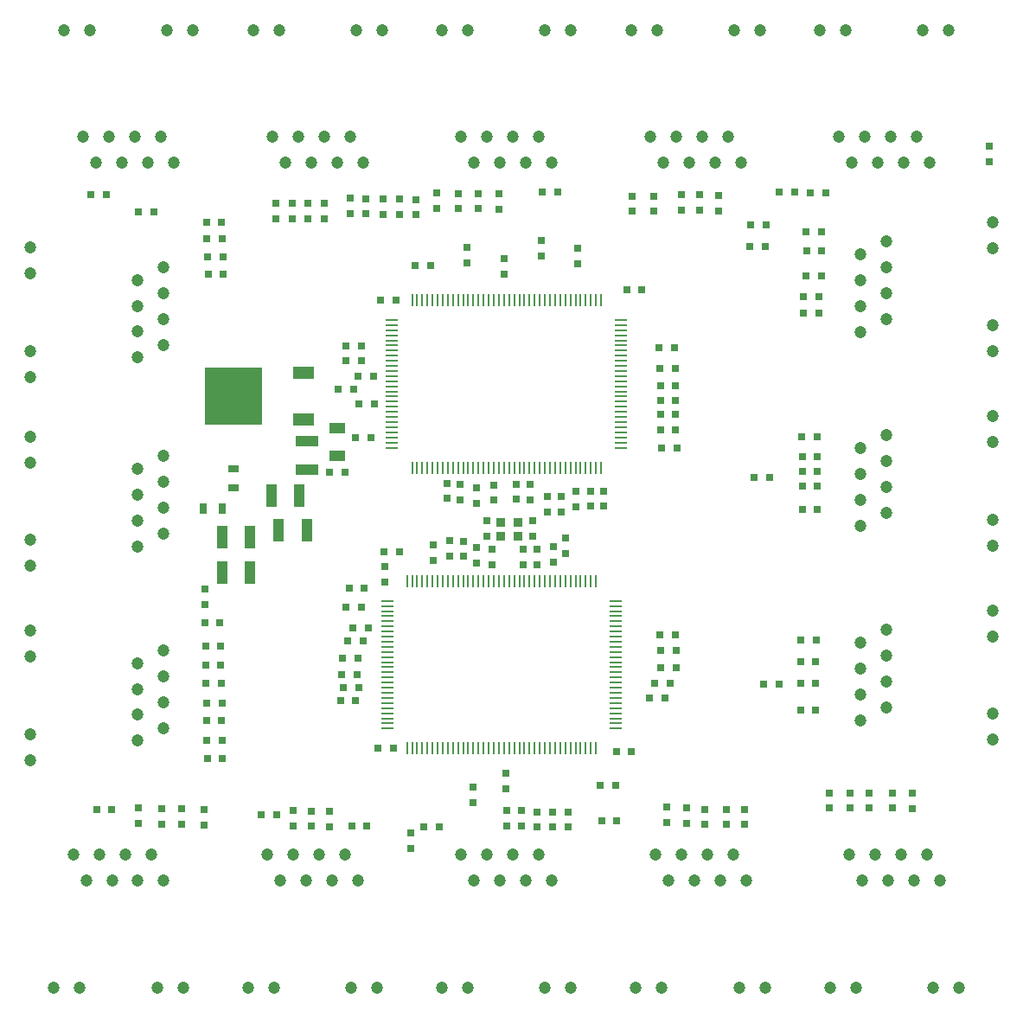
<source format=gtp>
G04 #@! TF.FileFunction,Paste,Top*
%FSLAX46Y46*%
G04 Gerber Fmt 4.6, Leading zero omitted, Abs format (unit mm)*
G04 Created by KiCad (PCBNEW 4.0.6-e0-6349~53~ubuntu16.04.1) date Sat Apr 29 17:17:25 2017*
%MOMM*%
%LPD*%
G01*
G04 APERTURE LIST*
%ADD10C,0.150000*%
%ADD11R,1.117600X0.711200*%
%ADD12R,0.960000X0.880000*%
%ADD13R,0.711200X1.117600*%
%ADD14R,0.224000X1.200000*%
%ADD15R,1.200000X0.224000*%
%ADD16R,1.600000X1.000000*%
%ADD17R,2.000000X1.200000*%
%ADD18R,5.600000X5.600000*%
%ADD19C,1.200000*%
%ADD20R,0.719328X0.800608*%
%ADD21R,0.720000X0.800000*%
%ADD22R,0.800608X0.719328*%
%ADD23R,0.800000X0.720000*%
%ADD24R,1.080000X2.160000*%
%ADD25R,2.160000X1.080000*%
G04 APERTURE END LIST*
D10*
D11*
X108750000Y-100797500D03*
X108750000Y-102702500D03*
D12*
X134890000Y-107430000D03*
X136590000Y-107430000D03*
X134890000Y-106030000D03*
X136590000Y-106030000D03*
D13*
X105797500Y-104750000D03*
X107702500Y-104750000D03*
D14*
X144750000Y-84300000D03*
X144250000Y-84300000D03*
X143750000Y-84300000D03*
X143250000Y-84300000D03*
X142750000Y-84300000D03*
X142250000Y-84300000D03*
X141750000Y-84300000D03*
X141250000Y-84300000D03*
X140750000Y-84300000D03*
X140250000Y-84300000D03*
X139750000Y-84300000D03*
X139250000Y-84300000D03*
X138750000Y-84300000D03*
X138250000Y-84300000D03*
X137750000Y-84300000D03*
X137250000Y-84300000D03*
X136750000Y-84300000D03*
X136250000Y-84300000D03*
X135750000Y-84300000D03*
X135250000Y-84300000D03*
X134750000Y-84300000D03*
X134250000Y-84300000D03*
X133750000Y-84300000D03*
X133250000Y-84300000D03*
X132750000Y-84300000D03*
X132250000Y-84300000D03*
X131750000Y-84300000D03*
X131250000Y-84300000D03*
X130750000Y-84300000D03*
X130250000Y-84300000D03*
X129750000Y-84300000D03*
X129250000Y-84300000D03*
X128750000Y-84300000D03*
X128250000Y-84300000D03*
X127750000Y-84300000D03*
X127250000Y-84300000D03*
X126750000Y-84300000D03*
X126250000Y-84300000D03*
D15*
X124300000Y-86250000D03*
X124300000Y-86750000D03*
X124300000Y-87250000D03*
X124300000Y-87750000D03*
X124300000Y-88250000D03*
X124300000Y-88750000D03*
X124300000Y-89250000D03*
X124300000Y-89750000D03*
X124300000Y-90250000D03*
X124300000Y-90750000D03*
X124300000Y-91250000D03*
X124300000Y-91750000D03*
X124300000Y-92250000D03*
X124300000Y-92750000D03*
X124300000Y-93250000D03*
X124300000Y-93750000D03*
X124300000Y-94250000D03*
X124300000Y-94750000D03*
X124300000Y-95250000D03*
X124300000Y-95750000D03*
X124300000Y-96250000D03*
X124300000Y-96750000D03*
X124300000Y-97250000D03*
X124300000Y-97750000D03*
X124300000Y-98250000D03*
X124300000Y-98750000D03*
D14*
X126250000Y-100700000D03*
X126750000Y-100700000D03*
X127250000Y-100700000D03*
X127750000Y-100700000D03*
X128250000Y-100700000D03*
X128750000Y-100700000D03*
X129250000Y-100700000D03*
X129750000Y-100700000D03*
X130250000Y-100700000D03*
X130750000Y-100700000D03*
X131250000Y-100700000D03*
X131750000Y-100700000D03*
X132250000Y-100700000D03*
X132750000Y-100700000D03*
X133250000Y-100700000D03*
X133750000Y-100700000D03*
X134250000Y-100700000D03*
X134750000Y-100700000D03*
X135250000Y-100700000D03*
X135750000Y-100700000D03*
X136250000Y-100700000D03*
X136750000Y-100700000D03*
X137250000Y-100700000D03*
X137750000Y-100700000D03*
X138250000Y-100700000D03*
X138750000Y-100700000D03*
X139250000Y-100700000D03*
X139750000Y-100700000D03*
X140250000Y-100700000D03*
X140750000Y-100700000D03*
X141250000Y-100700000D03*
X141750000Y-100700000D03*
X142250000Y-100700000D03*
X142750000Y-100700000D03*
X143250000Y-100700000D03*
X143750000Y-100700000D03*
X144250000Y-100700000D03*
X144750000Y-100700000D03*
D15*
X146700000Y-98750000D03*
X146700000Y-98250000D03*
X146700000Y-97750000D03*
X146700000Y-97250000D03*
X146700000Y-96750000D03*
X146700000Y-96250000D03*
X146700000Y-95750000D03*
X146700000Y-95250000D03*
X146700000Y-94750000D03*
X146700000Y-94250000D03*
X146700000Y-93750000D03*
X146700000Y-93250000D03*
X146700000Y-92750000D03*
X146700000Y-92250000D03*
X146700000Y-91750000D03*
X146700000Y-91250000D03*
X146700000Y-90750000D03*
X146700000Y-90250000D03*
X146700000Y-89750000D03*
X146700000Y-89250000D03*
X146700000Y-88750000D03*
X146700000Y-88250000D03*
X146700000Y-87750000D03*
X146700000Y-87250000D03*
X146700000Y-86750000D03*
X146700000Y-86250000D03*
D14*
X125750000Y-128200000D03*
X126250000Y-128200000D03*
X126750000Y-128200000D03*
X127250000Y-128200000D03*
X127750000Y-128200000D03*
X128250000Y-128200000D03*
X128750000Y-128200000D03*
X129250000Y-128200000D03*
X129750000Y-128200000D03*
X130250000Y-128200000D03*
X130750000Y-128200000D03*
X131250000Y-128200000D03*
X131750000Y-128200000D03*
X132250000Y-128200000D03*
X132750000Y-128200000D03*
X133250000Y-128200000D03*
X133750000Y-128200000D03*
X134250000Y-128200000D03*
X134750000Y-128200000D03*
X135250000Y-128200000D03*
X135750000Y-128200000D03*
X136250000Y-128200000D03*
X136750000Y-128200000D03*
X137250000Y-128200000D03*
X137750000Y-128200000D03*
X138250000Y-128200000D03*
X138750000Y-128200000D03*
X139250000Y-128200000D03*
X139750000Y-128200000D03*
X140250000Y-128200000D03*
X140750000Y-128200000D03*
X141250000Y-128200000D03*
X141750000Y-128200000D03*
X142250000Y-128200000D03*
X142750000Y-128200000D03*
X143250000Y-128200000D03*
X143750000Y-128200000D03*
X144250000Y-128200000D03*
D15*
X146200000Y-126250000D03*
X146200000Y-125750000D03*
X146200000Y-125250000D03*
X146200000Y-124750000D03*
X146200000Y-124250000D03*
X146200000Y-123750000D03*
X146200000Y-123250000D03*
X146200000Y-122750000D03*
X146200000Y-122250000D03*
X146200000Y-121750000D03*
X146200000Y-121250000D03*
X146200000Y-120750000D03*
X146200000Y-120250000D03*
X146200000Y-119750000D03*
X146200000Y-119250000D03*
X146200000Y-118750000D03*
X146200000Y-118250000D03*
X146200000Y-117750000D03*
X146200000Y-117250000D03*
X146200000Y-116750000D03*
X146200000Y-116250000D03*
X146200000Y-115750000D03*
X146200000Y-115250000D03*
X146200000Y-114750000D03*
X146200000Y-114250000D03*
X146200000Y-113750000D03*
D14*
X144250000Y-111800000D03*
X143750000Y-111800000D03*
X143250000Y-111800000D03*
X142750000Y-111800000D03*
X142250000Y-111800000D03*
X141750000Y-111800000D03*
X141250000Y-111800000D03*
X140750000Y-111800000D03*
X140250000Y-111800000D03*
X139750000Y-111800000D03*
X139250000Y-111800000D03*
X138750000Y-111800000D03*
X138250000Y-111800000D03*
X137750000Y-111800000D03*
X137250000Y-111800000D03*
X136750000Y-111800000D03*
X136250000Y-111800000D03*
X135750000Y-111800000D03*
X135250000Y-111800000D03*
X134750000Y-111800000D03*
X134250000Y-111800000D03*
X133750000Y-111800000D03*
X133250000Y-111800000D03*
X132750000Y-111800000D03*
X132250000Y-111800000D03*
X131750000Y-111800000D03*
X131250000Y-111800000D03*
X130750000Y-111800000D03*
X130250000Y-111800000D03*
X129750000Y-111800000D03*
X129250000Y-111800000D03*
X128750000Y-111800000D03*
X128250000Y-111800000D03*
X127750000Y-111800000D03*
X127250000Y-111800000D03*
X126750000Y-111800000D03*
X126250000Y-111800000D03*
X125750000Y-111800000D03*
D15*
X123800000Y-113750000D03*
X123800000Y-114250000D03*
X123800000Y-114750000D03*
X123800000Y-115250000D03*
X123800000Y-115750000D03*
X123800000Y-116250000D03*
X123800000Y-116750000D03*
X123800000Y-117250000D03*
X123800000Y-117750000D03*
X123800000Y-118250000D03*
X123800000Y-118750000D03*
X123800000Y-119250000D03*
X123800000Y-119750000D03*
X123800000Y-120250000D03*
X123800000Y-120750000D03*
X123800000Y-121250000D03*
X123800000Y-121750000D03*
X123800000Y-122250000D03*
X123800000Y-122750000D03*
X123800000Y-123250000D03*
X123800000Y-123750000D03*
X123800000Y-124250000D03*
X123800000Y-124750000D03*
X123800000Y-125250000D03*
X123800000Y-125750000D03*
X123800000Y-126250000D03*
D16*
X118900000Y-96825000D03*
X118900000Y-99575000D03*
D17*
X115650000Y-96000000D03*
X115650000Y-91400000D03*
D18*
X108800000Y-93700000D03*
D19*
X183110000Y-127325000D03*
X183110000Y-124785000D03*
X183110000Y-117215000D03*
X183110000Y-114675000D03*
X172650000Y-116560000D03*
X172650000Y-121630000D03*
X172650000Y-119100000D03*
X172650000Y-124170000D03*
X170110000Y-117820000D03*
X170110000Y-122900000D03*
X170110000Y-120360000D03*
X170110000Y-125440000D03*
X167175000Y-151610000D03*
X169715000Y-151610000D03*
X177285000Y-151610000D03*
X179825000Y-151610000D03*
X177940000Y-141150000D03*
X172870000Y-141150000D03*
X175400000Y-141150000D03*
X170330000Y-141150000D03*
X176680000Y-138610000D03*
X171600000Y-138610000D03*
X174140000Y-138610000D03*
X169060000Y-138610000D03*
X148175000Y-151610000D03*
X150715000Y-151610000D03*
X158285000Y-151610000D03*
X160825000Y-151610000D03*
X158940000Y-141150000D03*
X153870000Y-141150000D03*
X156400000Y-141150000D03*
X151330000Y-141150000D03*
X157680000Y-138610000D03*
X152600000Y-138610000D03*
X155140000Y-138610000D03*
X150060000Y-138610000D03*
X129175000Y-151610000D03*
X131715000Y-151610000D03*
X139285000Y-151610000D03*
X141825000Y-151610000D03*
X139940000Y-141150000D03*
X134870000Y-141150000D03*
X137400000Y-141150000D03*
X132330000Y-141150000D03*
X138680000Y-138610000D03*
X133600000Y-138610000D03*
X136140000Y-138610000D03*
X131060000Y-138610000D03*
X110175000Y-151610000D03*
X112715000Y-151610000D03*
X120285000Y-151610000D03*
X122825000Y-151610000D03*
X120940000Y-141150000D03*
X115870000Y-141150000D03*
X118400000Y-141150000D03*
X113330000Y-141150000D03*
X119680000Y-138610000D03*
X114600000Y-138610000D03*
X117140000Y-138610000D03*
X112060000Y-138610000D03*
X91175000Y-151610000D03*
X93715000Y-151610000D03*
X101285000Y-151610000D03*
X103825000Y-151610000D03*
X101940000Y-141150000D03*
X96870000Y-141150000D03*
X99400000Y-141150000D03*
X94330000Y-141150000D03*
X100680000Y-138610000D03*
X95600000Y-138610000D03*
X98140000Y-138610000D03*
X93060000Y-138610000D03*
X88890000Y-116675000D03*
X88890000Y-119215000D03*
X88890000Y-126785000D03*
X88890000Y-129325000D03*
X99350000Y-127440000D03*
X99350000Y-122370000D03*
X99350000Y-124900000D03*
X99350000Y-119830000D03*
X101890000Y-126180000D03*
X101890000Y-121100000D03*
X101890000Y-123640000D03*
X101890000Y-118560000D03*
X88890000Y-97675000D03*
X88890000Y-100215000D03*
X88890000Y-107785000D03*
X88890000Y-110325000D03*
X99350000Y-108440000D03*
X99350000Y-103370000D03*
X99350000Y-105900000D03*
X99350000Y-100830000D03*
X101890000Y-107180000D03*
X101890000Y-102100000D03*
X101890000Y-104640000D03*
X101890000Y-99560000D03*
X88890000Y-79175000D03*
X88890000Y-81715000D03*
X88890000Y-89285000D03*
X88890000Y-91825000D03*
X99350000Y-89940000D03*
X99350000Y-84870000D03*
X99350000Y-87400000D03*
X99350000Y-82330000D03*
X101890000Y-88680000D03*
X101890000Y-83600000D03*
X101890000Y-86140000D03*
X101890000Y-81060000D03*
X104825000Y-57890000D03*
X102285000Y-57890000D03*
X94715000Y-57890000D03*
X92175000Y-57890000D03*
X94060000Y-68350000D03*
X99130000Y-68350000D03*
X96600000Y-68350000D03*
X101670000Y-68350000D03*
X95320000Y-70890000D03*
X100400000Y-70890000D03*
X97860000Y-70890000D03*
X102940000Y-70890000D03*
X123325000Y-57890000D03*
X120785000Y-57890000D03*
X113215000Y-57890000D03*
X110675000Y-57890000D03*
X112560000Y-68350000D03*
X117630000Y-68350000D03*
X115100000Y-68350000D03*
X120170000Y-68350000D03*
X113820000Y-70890000D03*
X118900000Y-70890000D03*
X116360000Y-70890000D03*
X121440000Y-70890000D03*
X141825000Y-57890000D03*
X139285000Y-57890000D03*
X131715000Y-57890000D03*
X129175000Y-57890000D03*
X131060000Y-68350000D03*
X136130000Y-68350000D03*
X133600000Y-68350000D03*
X138670000Y-68350000D03*
X132320000Y-70890000D03*
X137400000Y-70890000D03*
X134860000Y-70890000D03*
X139940000Y-70890000D03*
X160325000Y-57890000D03*
X157785000Y-57890000D03*
X150215000Y-57890000D03*
X147675000Y-57890000D03*
X149560000Y-68350000D03*
X154630000Y-68350000D03*
X152100000Y-68350000D03*
X157170000Y-68350000D03*
X150820000Y-70890000D03*
X155900000Y-70890000D03*
X153360000Y-70890000D03*
X158440000Y-70890000D03*
X178825000Y-57890000D03*
X176285000Y-57890000D03*
X168715000Y-57890000D03*
X166175000Y-57890000D03*
X168060000Y-68350000D03*
X173130000Y-68350000D03*
X170600000Y-68350000D03*
X175670000Y-68350000D03*
X169320000Y-70890000D03*
X174400000Y-70890000D03*
X171860000Y-70890000D03*
X176940000Y-70890000D03*
X183110000Y-89325000D03*
X183110000Y-86785000D03*
X183110000Y-79215000D03*
X183110000Y-76675000D03*
X172650000Y-78560000D03*
X172650000Y-83630000D03*
X172650000Y-81100000D03*
X172650000Y-86170000D03*
X170110000Y-79820000D03*
X170110000Y-84900000D03*
X170110000Y-82360000D03*
X170110000Y-87440000D03*
X183110000Y-108325000D03*
X183110000Y-105785000D03*
X183110000Y-98215000D03*
X183110000Y-95675000D03*
X172650000Y-97560000D03*
X172650000Y-102630000D03*
X172650000Y-100100000D03*
X172650000Y-105170000D03*
X170110000Y-98820000D03*
X170110000Y-103900000D03*
X170110000Y-101360000D03*
X170110000Y-106440000D03*
D20*
X160698160Y-121870000D03*
D21*
X162201840Y-121870000D03*
D22*
X167100000Y-132548160D03*
D23*
X167100000Y-134051840D03*
D22*
X151200000Y-135451840D03*
D23*
X151200000Y-133948160D03*
D22*
X138500000Y-134398160D03*
D23*
X138500000Y-135901840D03*
D20*
X127418160Y-135900000D03*
D21*
X128921840Y-135900000D03*
D20*
X95358160Y-134140000D03*
D21*
X96861840Y-134140000D03*
D20*
X111488160Y-134700000D03*
D21*
X112991840Y-134700000D03*
D22*
X106010000Y-112618160D03*
D23*
X106010000Y-114121840D03*
D20*
X100971840Y-75710000D03*
D21*
X99468160Y-75710000D03*
D20*
X96281840Y-73970000D03*
D21*
X94778160Y-73970000D03*
D22*
X126610000Y-75961840D03*
D23*
X126610000Y-74458160D03*
D20*
X140511840Y-73760000D03*
D21*
X139008160Y-73760000D03*
D22*
X156240000Y-74048160D03*
D23*
X156240000Y-75551840D03*
D20*
X164448160Y-101050000D03*
D21*
X165951840Y-101050000D03*
D22*
X133590000Y-105898160D03*
D23*
X133590000Y-107401840D03*
D22*
X138060000Y-105898160D03*
D23*
X138060000Y-107401840D03*
D20*
X119238160Y-123490000D03*
D21*
X120741840Y-123490000D03*
D20*
X151001840Y-123250000D03*
D21*
X149498160Y-123250000D03*
D20*
X119348160Y-120940000D03*
D21*
X120851840Y-120940000D03*
D20*
X147751840Y-128500000D03*
D21*
X146248160Y-128500000D03*
D20*
X119428160Y-119320000D03*
D21*
X120931840Y-119320000D03*
D20*
X146151840Y-131800000D03*
D21*
X144648160Y-131800000D03*
D20*
X119798160Y-114400000D03*
D21*
X121301840Y-114400000D03*
D20*
X146301840Y-135300000D03*
D21*
X144798160Y-135300000D03*
D22*
X128360000Y-108288160D03*
D23*
X128360000Y-109791840D03*
D22*
X135400000Y-132151840D03*
D23*
X135400000Y-130648160D03*
D22*
X132540000Y-108548160D03*
D23*
X132540000Y-110051840D03*
D22*
X132220000Y-133461840D03*
D23*
X132220000Y-131958160D03*
D22*
X137100000Y-108698160D03*
D23*
X137100000Y-110201840D03*
D22*
X126090000Y-137991840D03*
D23*
X126090000Y-136488160D03*
D22*
X141310000Y-107608160D03*
D23*
X141310000Y-109111840D03*
D20*
X122888160Y-128170000D03*
D21*
X124391840Y-128170000D03*
D20*
X152071840Y-118610000D03*
D21*
X150568160Y-118610000D03*
D20*
X151951840Y-88950000D03*
D21*
X150448160Y-88950000D03*
D22*
X182790000Y-70781840D03*
D23*
X182790000Y-69278160D03*
D20*
X119808160Y-88780000D03*
D21*
X121311840Y-88780000D03*
D20*
X152001840Y-90975000D03*
D21*
X150498160Y-90975000D03*
D20*
X123168160Y-84340000D03*
D21*
X124671840Y-84340000D03*
D20*
X152051840Y-92700000D03*
D21*
X150548160Y-92700000D03*
D20*
X152051840Y-97000000D03*
D21*
X150548160Y-97000000D03*
D22*
X131620000Y-79158160D03*
D23*
X131620000Y-80661840D03*
D22*
X142250000Y-104521840D03*
D23*
X142250000Y-103018160D03*
D22*
X135290000Y-80228160D03*
D23*
X135290000Y-81731840D03*
D22*
X137820000Y-103881840D03*
D23*
X137820000Y-102378160D03*
D22*
X138870000Y-78478160D03*
D23*
X138870000Y-79981840D03*
D22*
X134230000Y-103891840D03*
D23*
X134230000Y-102388160D03*
D22*
X142475000Y-79223160D03*
D23*
X142475000Y-80726840D03*
D22*
X129680000Y-103731840D03*
D23*
X129680000Y-102228160D03*
D20*
X148751840Y-83300000D03*
D21*
X147248160Y-83300000D03*
D20*
X118988160Y-93070000D03*
D21*
X120491840Y-93070000D03*
D20*
X164823160Y-81900000D03*
D21*
X166326840Y-81900000D03*
D20*
X120688160Y-97780000D03*
D21*
X122191840Y-97780000D03*
D20*
X126578160Y-80900000D03*
D21*
X128081840Y-80900000D03*
D20*
X122561840Y-94510000D03*
X121058160Y-94510000D03*
X121311840Y-90210000D03*
X119808160Y-90210000D03*
X150548160Y-94100000D03*
X152051840Y-94100000D03*
X150518160Y-117090000D03*
X152021840Y-117090000D03*
X149998160Y-121800000D03*
X151501840Y-121800000D03*
X121451840Y-117710000D03*
X119948160Y-117710000D03*
X165771840Y-124430000D03*
X164268160Y-124430000D03*
X164278160Y-121820000D03*
X165781840Y-121820000D03*
X165841840Y-117580000D03*
X164338160Y-117580000D03*
X164278160Y-119660000D03*
X165781840Y-119660000D03*
D22*
X169100000Y-134051840D03*
X169100000Y-132548160D03*
X171000000Y-132548160D03*
X171000000Y-134051840D03*
X175260000Y-134101840D03*
X175260000Y-132598160D03*
X173300000Y-132548160D03*
X173300000Y-134051840D03*
X153100000Y-135551840D03*
X153100000Y-134048160D03*
X154900000Y-134148160D03*
X154900000Y-135651840D03*
X158800000Y-135651840D03*
X158800000Y-134148160D03*
X157000000Y-134148160D03*
X157000000Y-135651840D03*
X135500000Y-135801840D03*
X135500000Y-134298160D03*
X137000000Y-134298160D03*
X137000000Y-135801840D03*
X141500000Y-135901840D03*
X141500000Y-134398160D03*
X140000000Y-134398160D03*
X140000000Y-135901840D03*
X114610000Y-135801840D03*
X114610000Y-134298160D03*
X116350000Y-134318160D03*
X116350000Y-135821840D03*
D20*
X120328160Y-135770000D03*
X121831840Y-135770000D03*
D22*
X118160000Y-134378160D03*
X118160000Y-135881840D03*
X99430000Y-135491840D03*
X99430000Y-133988160D03*
X101710000Y-134108160D03*
X101710000Y-135611840D03*
X105860000Y-135671840D03*
X105860000Y-134168160D03*
X103680000Y-134108160D03*
X103680000Y-135611840D03*
D20*
X106138160Y-123750000D03*
X107641840Y-123750000D03*
X107611840Y-125490000D03*
X106108160Y-125490000D03*
X106188160Y-129170000D03*
X107691840Y-129170000D03*
X107651840Y-127380000D03*
X106148160Y-127380000D03*
X120478160Y-116400000D03*
X121981840Y-116400000D03*
X120068160Y-112510000D03*
X121571840Y-112510000D03*
X123488160Y-108950000D03*
X124991840Y-108950000D03*
D22*
X129940000Y-107888160D03*
X129940000Y-109391840D03*
X131260000Y-107908160D03*
X131260000Y-109411840D03*
X134090000Y-108718160D03*
X134090000Y-110221840D03*
X138440000Y-108678160D03*
X138440000Y-110181840D03*
X140060000Y-108478160D03*
X140060000Y-109981840D03*
D20*
X105928160Y-115880000D03*
X107431840Y-115880000D03*
X107521840Y-118190000D03*
X106018160Y-118190000D03*
X106038160Y-121810000D03*
X107541840Y-121810000D03*
X107521840Y-120040000D03*
X106018160Y-120040000D03*
X106108160Y-76710000D03*
X107611840Y-76710000D03*
X107671840Y-78310000D03*
X106168160Y-78310000D03*
X106278160Y-81790000D03*
X107781840Y-81790000D03*
X107731840Y-80060000D03*
X106228160Y-80060000D03*
D22*
X117630000Y-74848160D03*
X117630000Y-76351840D03*
X116070000Y-76331840D03*
X116070000Y-74828160D03*
X112900000Y-74828160D03*
X112900000Y-76331840D03*
X114510000Y-76341840D03*
X114510000Y-74838160D03*
X125010000Y-74398160D03*
X125010000Y-75901840D03*
X123410000Y-75901840D03*
X123410000Y-74398160D03*
X120180000Y-74348160D03*
X120180000Y-75851840D03*
X121750000Y-75871840D03*
X121750000Y-74368160D03*
X134760000Y-73888160D03*
X134760000Y-75391840D03*
X132760000Y-75371840D03*
X132760000Y-73868160D03*
X128670000Y-73848160D03*
X128670000Y-75351840D03*
X130770000Y-75371840D03*
X130770000Y-73868160D03*
X154440000Y-74018160D03*
X154440000Y-75521840D03*
X152610000Y-75471840D03*
X152610000Y-73968160D03*
X147830000Y-74128160D03*
X147830000Y-75631840D03*
X149900000Y-75611840D03*
X149900000Y-74108160D03*
D20*
X159348160Y-79050000D03*
X160851840Y-79050000D03*
X160926840Y-76975000D03*
X159423160Y-76975000D03*
X152201840Y-98825000D03*
X150698160Y-98825000D03*
X162198160Y-73750000D03*
X163701840Y-73750000D03*
D22*
X143750000Y-104501840D03*
X143750000Y-102998160D03*
D20*
X166726840Y-73775000D03*
X165223160Y-73775000D03*
D22*
X140830000Y-105071840D03*
X140830000Y-103568160D03*
X145000000Y-104501840D03*
X145000000Y-102998160D03*
X139490000Y-105071840D03*
X139490000Y-103568160D03*
D20*
X120998160Y-91750000D03*
X122501840Y-91750000D03*
D22*
X136450000Y-103821840D03*
X136450000Y-102318160D03*
X123580000Y-111931840D03*
X123580000Y-110428160D03*
X132540000Y-104181840D03*
X132540000Y-102678160D03*
D20*
X152071840Y-120280000D03*
X150568160Y-120280000D03*
D22*
X130980000Y-103871840D03*
X130980000Y-102368160D03*
D20*
X164598160Y-85600000D03*
X166101840Y-85600000D03*
X166051840Y-84000000D03*
X164548160Y-84000000D03*
X164798160Y-77650000D03*
X166301840Y-77650000D03*
X166376840Y-79525000D03*
X164873160Y-79525000D03*
X164448160Y-104840000D03*
X165951840Y-104840000D03*
X165951840Y-102500000D03*
X164448160Y-102500000D03*
X164398160Y-97725000D03*
X165901840Y-97725000D03*
X165951840Y-99650000D03*
X164448160Y-99650000D03*
X118158160Y-101130000D03*
X119661840Y-101130000D03*
X152051840Y-95500000D03*
X150548160Y-95500000D03*
X161251840Y-101650000D03*
X159748160Y-101650000D03*
X119518160Y-122220000D03*
X121021840Y-122220000D03*
D24*
X110375000Y-107500000D03*
X107625000Y-107500000D03*
X113185000Y-106800000D03*
X115935000Y-106800000D03*
X110375000Y-111000000D03*
X107625000Y-111000000D03*
X112485000Y-103460000D03*
X115235000Y-103460000D03*
D25*
X116000000Y-98125000D03*
X116000000Y-100875000D03*
M02*

</source>
